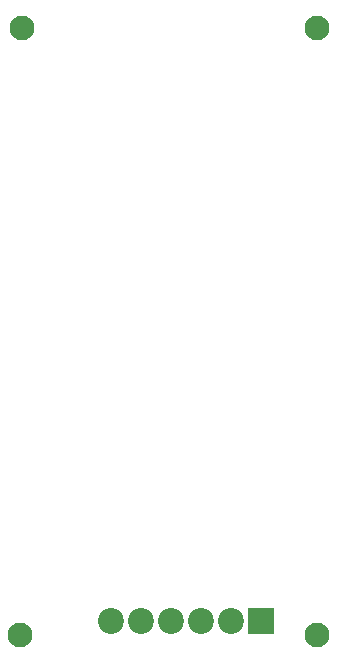
<source format=gbs>
%TF.GenerationSoftware,KiCad,Pcbnew,(5.1.12)-1*%
%TF.CreationDate,2022-08-18T12:28:12-07:00*%
%TF.ProjectId,HighPressureSensorArray,48696768-5072-4657-9373-75726553656e,rev?*%
%TF.SameCoordinates,Original*%
%TF.FileFunction,Soldermask,Bot*%
%TF.FilePolarity,Negative*%
%FSLAX46Y46*%
G04 Gerber Fmt 4.6, Leading zero omitted, Abs format (unit mm)*
G04 Created by KiCad (PCBNEW (5.1.12)-1) date 2022-08-18 12:28:12*
%MOMM*%
%LPD*%
G01*
G04 APERTURE LIST*
%ADD10C,2.100000*%
%ADD11R,2.200000X2.200000*%
%ADD12C,2.200000*%
G04 APERTURE END LIST*
D10*
X117000000Y-44000000D03*
X142000000Y-44000000D03*
X142000000Y-95400000D03*
X116900000Y-95400000D03*
D11*
X137300000Y-94200000D03*
D12*
X134760000Y-94200000D03*
X132220000Y-94200000D03*
X129680000Y-94200000D03*
X127140000Y-94200000D03*
X124600000Y-94200000D03*
M02*

</source>
